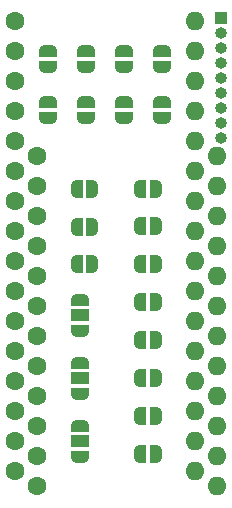
<source format=gbs>
%TF.GenerationSoftware,KiCad,Pcbnew,(6.0.2)*%
%TF.CreationDate,2022-03-14T15:32:47-04:00*%
%TF.ProjectId,23XX-Adapter,32335858-2d41-4646-9170-7465722e6b69,2*%
%TF.SameCoordinates,Original*%
%TF.FileFunction,Soldermask,Bot*%
%TF.FilePolarity,Negative*%
%FSLAX46Y46*%
G04 Gerber Fmt 4.6, Leading zero omitted, Abs format (unit mm)*
G04 Created by KiCad (PCBNEW (6.0.2)) date 2022-03-14 15:32:47*
%MOMM*%
%LPD*%
G01*
G04 APERTURE LIST*
G04 Aperture macros list*
%AMFreePoly0*
4,1,22,0.500000,-0.750000,0.000000,-0.750000,0.000000,-0.745033,-0.079941,-0.743568,-0.215256,-0.701293,-0.333266,-0.622738,-0.424486,-0.514219,-0.481581,-0.384460,-0.499164,-0.250000,-0.500000,-0.250000,-0.500000,0.250000,-0.499164,0.250000,-0.499963,0.256109,-0.478152,0.396186,-0.417904,0.524511,-0.324060,0.630769,-0.204165,0.706417,-0.067858,0.745374,0.000000,0.744959,0.000000,0.750000,
0.500000,0.750000,0.500000,-0.750000,0.500000,-0.750000,$1*%
%AMFreePoly1*
4,1,20,0.000000,0.744959,0.073905,0.744508,0.209726,0.703889,0.328688,0.626782,0.421226,0.519385,0.479903,0.390333,0.500000,0.250000,0.500000,-0.250000,0.499851,-0.262216,0.476331,-0.402017,0.414519,-0.529596,0.319384,-0.634700,0.198574,-0.708877,0.061801,-0.746166,0.000000,-0.745033,0.000000,-0.750000,-0.500000,-0.750000,-0.500000,0.750000,0.000000,0.750000,0.000000,0.744959,
0.000000,0.744959,$1*%
%AMFreePoly2*
4,1,22,0.550000,-0.750000,0.000000,-0.750000,0.000000,-0.745033,-0.079941,-0.743568,-0.215256,-0.701293,-0.333266,-0.622738,-0.424486,-0.514219,-0.481581,-0.384460,-0.499164,-0.250000,-0.500000,-0.250000,-0.500000,0.250000,-0.499164,0.250000,-0.499963,0.256109,-0.478152,0.396186,-0.417904,0.524511,-0.324060,0.630769,-0.204165,0.706417,-0.067858,0.745374,0.000000,0.744959,0.000000,0.750000,
0.550000,0.750000,0.550000,-0.750000,0.550000,-0.750000,$1*%
%AMFreePoly3*
4,1,20,0.000000,0.744959,0.073905,0.744508,0.209726,0.703889,0.328688,0.626782,0.421226,0.519385,0.479903,0.390333,0.500000,0.250000,0.500000,-0.250000,0.499851,-0.262216,0.476331,-0.402017,0.414519,-0.529596,0.319384,-0.634700,0.198574,-0.708877,0.061801,-0.746166,0.000000,-0.745033,0.000000,-0.750000,-0.550000,-0.750000,-0.550000,0.750000,0.000000,0.750000,0.000000,0.744959,
0.000000,0.744959,$1*%
G04 Aperture macros list end*
%ADD10C,1.600000*%
%ADD11O,1.600000X1.600000*%
%ADD12O,1.000000X1.000000*%
%ADD13R,1.000000X1.000000*%
%ADD14FreePoly0,180.000000*%
%ADD15FreePoly1,180.000000*%
%ADD16FreePoly2,90.000000*%
%ADD17R,1.500000X1.000000*%
%ADD18FreePoly3,90.000000*%
%ADD19FreePoly0,270.000000*%
%ADD20FreePoly1,270.000000*%
%ADD21FreePoly0,90.000000*%
%ADD22FreePoly1,90.000000*%
G04 APERTURE END LIST*
D10*
X140030000Y-74390000D03*
X140030000Y-76930000D03*
X140030000Y-79470000D03*
X140030000Y-82010000D03*
X140030000Y-84550000D03*
X140030000Y-87090000D03*
X140030000Y-89630000D03*
X140030000Y-92170000D03*
X140030000Y-94710000D03*
X140030000Y-97250000D03*
X140030000Y-99790000D03*
X140030000Y-102330000D03*
X140030000Y-104870000D03*
X140030000Y-107410000D03*
X140030000Y-109950000D03*
X140030000Y-112490000D03*
D11*
X155270000Y-112490000D03*
X155270000Y-109950000D03*
X155270000Y-107410000D03*
X155270000Y-104870000D03*
X155270000Y-102330000D03*
X155270000Y-99790000D03*
X155270000Y-97250000D03*
X155270000Y-94710000D03*
X155270000Y-92170000D03*
X155270000Y-89630000D03*
X155270000Y-87090000D03*
X155270000Y-84550000D03*
X155270000Y-82010000D03*
X155270000Y-79470000D03*
X155270000Y-76930000D03*
X155270000Y-74390000D03*
D12*
X157475000Y-84250000D03*
X157475000Y-82980000D03*
X157475000Y-81710000D03*
X157475000Y-80440000D03*
X157475000Y-79170000D03*
X157475000Y-77900000D03*
X157475000Y-76630000D03*
X157475000Y-75360000D03*
D10*
X141935000Y-85820000D03*
X141935000Y-88360000D03*
X141935000Y-90900000D03*
X141935000Y-93440000D03*
X141935000Y-95980000D03*
X141935000Y-98520000D03*
X141935000Y-101060000D03*
X141935000Y-103600000D03*
X141935000Y-106140000D03*
X141935000Y-108680000D03*
X141935000Y-111220000D03*
X141935000Y-113760000D03*
D11*
X157175000Y-113760000D03*
X157175000Y-111220000D03*
X157175000Y-108680000D03*
X157175000Y-106140000D03*
X157175000Y-103600000D03*
X157175000Y-101060000D03*
X157175000Y-98520000D03*
X157175000Y-95980000D03*
X157175000Y-93440000D03*
X157175000Y-90900000D03*
X157175000Y-88360000D03*
X157175000Y-85820000D03*
D13*
X157475000Y-74090000D03*
D14*
X151950000Y-107800000D03*
D15*
X150650000Y-107800000D03*
D14*
X151950000Y-94960000D03*
D15*
X150650000Y-94960000D03*
D14*
X151950000Y-104590000D03*
D15*
X150650000Y-104590000D03*
D16*
X145500000Y-111242852D03*
D17*
X145500000Y-109942852D03*
D18*
X145500000Y-108642852D03*
D19*
X146031000Y-76930000D03*
D20*
X146031000Y-78230000D03*
D16*
X145500000Y-105913424D03*
D17*
X145500000Y-104613424D03*
D18*
X145500000Y-103313424D03*
D14*
X151950000Y-88540000D03*
D15*
X150650000Y-88540000D03*
D14*
X151950000Y-101380000D03*
D15*
X150650000Y-101380000D03*
D16*
X145500000Y-100583997D03*
D17*
X145500000Y-99283997D03*
D18*
X145500000Y-97983997D03*
D14*
X151950000Y-91750000D03*
D15*
X150650000Y-91750000D03*
D21*
X152507000Y-82533000D03*
D22*
X152507000Y-81233000D03*
D14*
X146550000Y-88540000D03*
D15*
X145250000Y-88540000D03*
D14*
X146550000Y-91775143D03*
D15*
X145250000Y-91775143D03*
D14*
X151950000Y-98170000D03*
D15*
X150650000Y-98170000D03*
D14*
X146550000Y-94960000D03*
D15*
X145250000Y-94960000D03*
D19*
X152507000Y-76930000D03*
D20*
X152507000Y-78230000D03*
D21*
X142793000Y-82533000D03*
D22*
X142793000Y-81233000D03*
D21*
X146031000Y-82533000D03*
D22*
X146031000Y-81233000D03*
D14*
X151950000Y-111010000D03*
D15*
X150650000Y-111010000D03*
D19*
X142793000Y-76930000D03*
D20*
X142793000Y-78230000D03*
D21*
X149269000Y-82533000D03*
D22*
X149269000Y-81233000D03*
D19*
X149269000Y-76930000D03*
D20*
X149269000Y-78230000D03*
M02*

</source>
